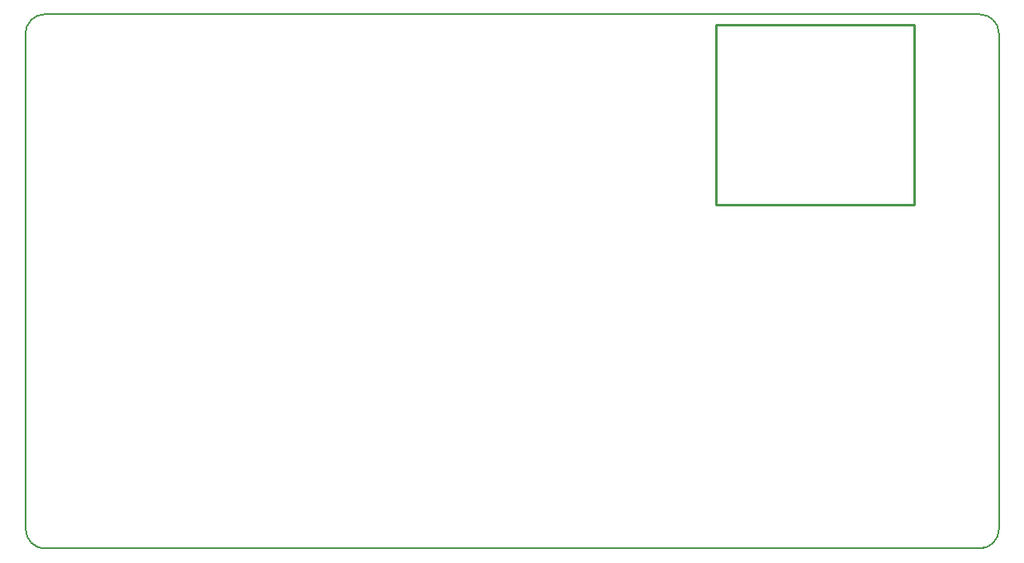
<source format=gm1>
G04 Layer_Color=16711935*
%FSLAX44Y44*%
%MOMM*%
G71*
G01*
G75*
%ADD34C,0.2000*%
%ADD48C,0.2540*%
D34*
X272503Y800687D02*
G03*
X252499Y780517I-4J-20000D01*
G01*
X1250687Y780747D02*
G03*
X1230517Y800751I-20000J4D01*
G01*
X252746Y272781D02*
G03*
X273032Y252662I20115J-4D01*
G01*
X1230750Y252830D02*
G03*
X1250754Y273000I4J20000D01*
G01*
X1250746Y272754D02*
Y780747D01*
X252500Y272500D02*
Y780517D01*
X272503Y800750D02*
X1230517D01*
X272861Y252750D02*
X1235006D01*
D48*
X960200Y605250D02*
Y790250D01*
X1163400Y605250D02*
Y790250D01*
X960200D02*
X1163400D01*
X960200Y605250D02*
X1163400D01*
M02*

</source>
